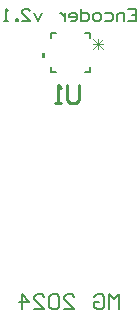
<source format=gbr>
%TF.GenerationSoftware,Altium Limited,Altium Designer,24.10.1 (45)*%
G04 Layer_Color=32896*
%FSLAX45Y45*%
%MOMM*%
%TF.SameCoordinates,0294F9B1-DA14-4278-B2A5-1D656DBEE686*%
%TF.FilePolarity,Positive*%
%TF.FileFunction,Legend,Bot*%
%TF.Part,Single*%
G01*
G75*
%TA.AperFunction,NonConductor*%
%ADD25C,0.20000*%
%ADD26C,0.25400*%
%ADD27C,0.15240*%
%ADD28C,0.18000*%
%ADD29C,0.07620*%
G36*
X3019180Y4794050D02*
X2993780D01*
Y4755950D01*
X3019180D01*
Y4794050D01*
D02*
G37*
D25*
X3643196Y2626521D02*
Y2753479D01*
X3600876Y2711160D01*
X3558557Y2753479D01*
Y2626521D01*
X3431598Y2732320D02*
X3452758Y2753479D01*
X3495078D01*
X3516237Y2732320D01*
Y2647680D01*
X3495078Y2626521D01*
X3452758D01*
X3431598Y2647680D01*
Y2690000D01*
X3473918D01*
X3177680Y2626521D02*
X3262320D01*
X3177680Y2711160D01*
Y2732320D01*
X3198840Y2753479D01*
X3241160D01*
X3262320Y2732320D01*
X3135361D02*
X3114201Y2753479D01*
X3071881D01*
X3050721Y2732320D01*
Y2647680D01*
X3071881Y2626521D01*
X3114201D01*
X3135361Y2647680D01*
Y2732320D01*
X2923763Y2626521D02*
X3008402D01*
X2923763Y2711160D01*
Y2732320D01*
X2944922Y2753479D01*
X2987242D01*
X3008402Y2732320D01*
X2817964Y2626521D02*
Y2753479D01*
X2881443Y2690000D01*
X2796804D01*
D26*
X3301567Y4526175D02*
Y4399216D01*
X3276175Y4373825D01*
X3225392D01*
X3200000Y4399216D01*
Y4526175D01*
X3149216Y4373825D02*
X3098433D01*
X3123824D01*
Y4526175D01*
X3149216Y4500783D01*
D27*
X3350974Y4632360D02*
X3397640D01*
X3062360D02*
Y4679026D01*
Y4967640D02*
X3109026D01*
X3397640Y4920974D02*
Y4967640D01*
Y4632360D02*
Y4679026D01*
X3062360Y4632360D02*
X3109026D01*
X3062360Y4920974D02*
Y4967640D01*
X3350974D02*
X3397640D01*
D28*
X3721508Y5169984D02*
X3788153D01*
Y5070016D01*
X3721508D01*
X3788153Y5120000D02*
X3754831D01*
X3688185Y5070016D02*
Y5136661D01*
X3638202D01*
X3621540Y5120000D01*
Y5070016D01*
X3521573Y5136661D02*
X3571556D01*
X3588218Y5120000D01*
Y5086677D01*
X3571556Y5070016D01*
X3521573D01*
X3471588D02*
X3438266D01*
X3421605Y5086677D01*
Y5120000D01*
X3438266Y5136661D01*
X3471588D01*
X3488250Y5120000D01*
Y5086677D01*
X3471588Y5070016D01*
X3321637Y5169984D02*
Y5070016D01*
X3371621D01*
X3388282Y5086677D01*
Y5120000D01*
X3371621Y5136661D01*
X3321637D01*
X3238330Y5070016D02*
X3271653D01*
X3288314Y5086677D01*
Y5120000D01*
X3271653Y5136661D01*
X3238330D01*
X3221669Y5120000D01*
Y5103339D01*
X3288314D01*
X3188346Y5136661D02*
Y5070016D01*
Y5103339D01*
X3171685Y5120000D01*
X3155024Y5136661D01*
X3138363D01*
X2988411D02*
X2955088Y5070016D01*
X2921766Y5136661D01*
X2821798Y5070016D02*
X2888443D01*
X2821798Y5136661D01*
Y5153322D01*
X2838459Y5169984D01*
X2871782D01*
X2888443Y5153322D01*
X2788475Y5070016D02*
Y5086677D01*
X2771814D01*
Y5070016D01*
X2788475D01*
X2705169D02*
X2671846D01*
X2688507D01*
Y5169984D01*
X2705169Y5153322D01*
D29*
X3510670Y4917299D02*
X3426030Y4832660D01*
X3510670D02*
X3426030Y4917299D01*
X3510670Y4874980D02*
X3426030D01*
X3468350Y4832660D02*
Y4917299D01*
%TF.MD5,3b3eb176ec71b0799ca56cf19993cc08*%
M02*

</source>
